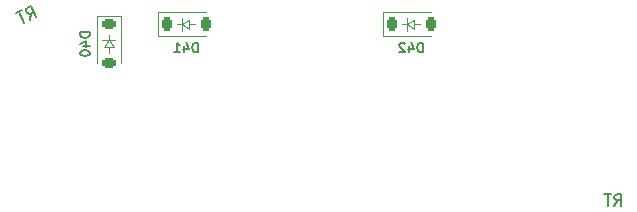
<source format=gbo>
G04 #@! TF.GenerationSoftware,KiCad,Pcbnew,7.0.5*
G04 #@! TF.CreationDate,2023-07-24T08:45:56+08:00*
G04 #@! TF.ProjectId,RT,52542e6b-6963-4616-945f-706362585858,rev?*
G04 #@! TF.SameCoordinates,Original*
G04 #@! TF.FileFunction,Legend,Bot*
G04 #@! TF.FilePolarity,Positive*
%FSLAX46Y46*%
G04 Gerber Fmt 4.6, Leading zero omitted, Abs format (unit mm)*
G04 Created by KiCad (PCBNEW 7.0.5) date 2023-07-24 08:45:56*
%MOMM*%
%LPD*%
G01*
G04 APERTURE LIST*
G04 Aperture macros list*
%AMRoundRect*
0 Rectangle with rounded corners*
0 $1 Rounding radius*
0 $2 $3 $4 $5 $6 $7 $8 $9 X,Y pos of 4 corners*
0 Add a 4 corners polygon primitive as box body*
4,1,4,$2,$3,$4,$5,$6,$7,$8,$9,$2,$3,0*
0 Add four circle primitives for the rounded corners*
1,1,$1+$1,$2,$3*
1,1,$1+$1,$4,$5*
1,1,$1+$1,$6,$7*
1,1,$1+$1,$8,$9*
0 Add four rect primitives between the rounded corners*
20,1,$1+$1,$2,$3,$4,$5,0*
20,1,$1+$1,$4,$5,$6,$7,0*
20,1,$1+$1,$6,$7,$8,$9,0*
20,1,$1+$1,$8,$9,$2,$3,0*%
%AMHorizOval*
0 Thick line with rounded ends*
0 $1 width*
0 $2 $3 position (X,Y) of the first rounded end (center of the circle)*
0 $4 $5 position (X,Y) of the second rounded end (center of the circle)*
0 Add line between two ends*
20,1,$1,$2,$3,$4,$5,0*
0 Add two circle primitives to create the rounded ends*
1,1,$1,$2,$3*
1,1,$1,$4,$5*%
%AMOutline4P*
0 Free polygon, 4 corners , with rotation*
0 The origin of the aperture is its center*
0 number of corners: always 4*
0 $1 to $8 corner X, Y*
0 $9 Rotation angle, in degrees counterclockwise*
0 create outline with 4 corners*
4,1,4,$1,$2,$3,$4,$5,$6,$7,$8,$1,$2,$9*%
G04 Aperture macros list end*
%ADD10C,0.150000*%
%ADD11C,0.120000*%
%ADD12C,0.100000*%
%ADD13HorizOval,1.900000X0.135946X0.063393X-0.135946X-0.063393X0*%
%ADD14C,5.050000*%
%ADD15HorizOval,2.400000X-0.469952X0.285736X0.469952X-0.285736X0*%
%ADD16C,2.400000*%
%ADD17Outline4P,-1.150000X-1.200000X1.150000X-1.200000X1.150000X1.200000X-1.150000X1.200000X25.000000*%
%ADD18Outline4P,-1.200000X-1.200000X1.200000X-1.200000X1.200000X1.200000X-1.200000X1.200000X25.000000*%
%ADD19RoundRect,0.425000X0.425000X-0.425000X0.425000X0.425000X-0.425000X0.425000X-0.425000X-0.425000X0*%
%ADD20O,1.700000X1.700000*%
%ADD21C,3.500000*%
%ADD22O,2.200000X1.900000*%
%ADD23HorizOval,2.400000X-0.305164X0.457575X0.305164X-0.457575X0*%
%ADD24Outline4P,-1.150000X-1.200000X1.150000X-1.200000X1.150000X1.200000X-1.150000X1.200000X0.000000*%
%ADD25Outline4P,-1.200000X-1.200000X1.200000X-1.200000X1.200000X1.200000X-1.200000X1.200000X0.000000*%
%ADD26RoundRect,0.225000X-0.375000X0.225000X-0.375000X-0.225000X0.375000X-0.225000X0.375000X0.225000X0*%
%ADD27RoundRect,0.225000X-0.225000X-0.375000X0.225000X-0.375000X0.225000X0.375000X-0.225000X0.375000X0*%
G04 APERTURE END LIST*
D10*
X126846950Y-94572019D02*
X126947806Y-93999571D01*
X127364840Y-94330523D02*
X126942222Y-93424215D01*
X126942222Y-93424215D02*
X126596962Y-93585212D01*
X126596962Y-93585212D02*
X126530772Y-93668619D01*
X126530772Y-93668619D02*
X126507739Y-93731901D01*
X126507739Y-93731901D02*
X126504831Y-93838341D01*
X126504831Y-93838341D02*
X126565205Y-93967813D01*
X126565205Y-93967813D02*
X126648612Y-94034004D01*
X126648612Y-94034004D02*
X126711894Y-94057037D01*
X126711894Y-94057037D02*
X126818334Y-94059945D01*
X126818334Y-94059945D02*
X127163594Y-93898947D01*
X126165387Y-93786459D02*
X125647497Y-94027955D01*
X126329060Y-94813515D02*
X125906442Y-93907207D01*
X176311428Y-110344819D02*
X176644761Y-109868628D01*
X176882856Y-110344819D02*
X176882856Y-109344819D01*
X176882856Y-109344819D02*
X176501904Y-109344819D01*
X176501904Y-109344819D02*
X176406666Y-109392438D01*
X176406666Y-109392438D02*
X176359047Y-109440057D01*
X176359047Y-109440057D02*
X176311428Y-109535295D01*
X176311428Y-109535295D02*
X176311428Y-109678152D01*
X176311428Y-109678152D02*
X176359047Y-109773390D01*
X176359047Y-109773390D02*
X176406666Y-109821009D01*
X176406666Y-109821009D02*
X176501904Y-109868628D01*
X176501904Y-109868628D02*
X176882856Y-109868628D01*
X176025713Y-109344819D02*
X175454285Y-109344819D01*
X175739999Y-110344819D02*
X175739999Y-109344819D01*
X131872295Y-95638571D02*
X131072295Y-95638571D01*
X131072295Y-95638571D02*
X131072295Y-95829047D01*
X131072295Y-95829047D02*
X131110390Y-95943333D01*
X131110390Y-95943333D02*
X131186580Y-96019523D01*
X131186580Y-96019523D02*
X131262771Y-96057618D01*
X131262771Y-96057618D02*
X131415152Y-96095714D01*
X131415152Y-96095714D02*
X131529438Y-96095714D01*
X131529438Y-96095714D02*
X131681819Y-96057618D01*
X131681819Y-96057618D02*
X131758009Y-96019523D01*
X131758009Y-96019523D02*
X131834200Y-95943333D01*
X131834200Y-95943333D02*
X131872295Y-95829047D01*
X131872295Y-95829047D02*
X131872295Y-95638571D01*
X131338961Y-96781428D02*
X131872295Y-96781428D01*
X131034200Y-96590952D02*
X131605628Y-96400475D01*
X131605628Y-96400475D02*
X131605628Y-96895714D01*
X131072295Y-97352857D02*
X131072295Y-97429047D01*
X131072295Y-97429047D02*
X131110390Y-97505238D01*
X131110390Y-97505238D02*
X131148485Y-97543333D01*
X131148485Y-97543333D02*
X131224676Y-97581428D01*
X131224676Y-97581428D02*
X131377057Y-97619523D01*
X131377057Y-97619523D02*
X131567533Y-97619523D01*
X131567533Y-97619523D02*
X131719914Y-97581428D01*
X131719914Y-97581428D02*
X131796104Y-97543333D01*
X131796104Y-97543333D02*
X131834200Y-97505238D01*
X131834200Y-97505238D02*
X131872295Y-97429047D01*
X131872295Y-97429047D02*
X131872295Y-97352857D01*
X131872295Y-97352857D02*
X131834200Y-97276666D01*
X131834200Y-97276666D02*
X131796104Y-97238571D01*
X131796104Y-97238571D02*
X131719914Y-97200476D01*
X131719914Y-97200476D02*
X131567533Y-97162380D01*
X131567533Y-97162380D02*
X131377057Y-97162380D01*
X131377057Y-97162380D02*
X131224676Y-97200476D01*
X131224676Y-97200476D02*
X131148485Y-97238571D01*
X131148485Y-97238571D02*
X131110390Y-97276666D01*
X131110390Y-97276666D02*
X131072295Y-97352857D01*
X141011428Y-97312295D02*
X141011428Y-96512295D01*
X141011428Y-96512295D02*
X140820952Y-96512295D01*
X140820952Y-96512295D02*
X140706666Y-96550390D01*
X140706666Y-96550390D02*
X140630476Y-96626580D01*
X140630476Y-96626580D02*
X140592381Y-96702771D01*
X140592381Y-96702771D02*
X140554285Y-96855152D01*
X140554285Y-96855152D02*
X140554285Y-96969438D01*
X140554285Y-96969438D02*
X140592381Y-97121819D01*
X140592381Y-97121819D02*
X140630476Y-97198009D01*
X140630476Y-97198009D02*
X140706666Y-97274200D01*
X140706666Y-97274200D02*
X140820952Y-97312295D01*
X140820952Y-97312295D02*
X141011428Y-97312295D01*
X139868571Y-96778961D02*
X139868571Y-97312295D01*
X140059047Y-96474200D02*
X140249524Y-97045628D01*
X140249524Y-97045628D02*
X139754285Y-97045628D01*
X139030476Y-97312295D02*
X139487619Y-97312295D01*
X139259047Y-97312295D02*
X139259047Y-96512295D01*
X139259047Y-96512295D02*
X139335238Y-96626580D01*
X139335238Y-96626580D02*
X139411428Y-96702771D01*
X139411428Y-96702771D02*
X139487619Y-96740866D01*
X160061428Y-97312295D02*
X160061428Y-96512295D01*
X160061428Y-96512295D02*
X159870952Y-96512295D01*
X159870952Y-96512295D02*
X159756666Y-96550390D01*
X159756666Y-96550390D02*
X159680476Y-96626580D01*
X159680476Y-96626580D02*
X159642381Y-96702771D01*
X159642381Y-96702771D02*
X159604285Y-96855152D01*
X159604285Y-96855152D02*
X159604285Y-96969438D01*
X159604285Y-96969438D02*
X159642381Y-97121819D01*
X159642381Y-97121819D02*
X159680476Y-97198009D01*
X159680476Y-97198009D02*
X159756666Y-97274200D01*
X159756666Y-97274200D02*
X159870952Y-97312295D01*
X159870952Y-97312295D02*
X160061428Y-97312295D01*
X158918571Y-96778961D02*
X158918571Y-97312295D01*
X159109047Y-96474200D02*
X159299524Y-97045628D01*
X159299524Y-97045628D02*
X158804285Y-97045628D01*
X158537619Y-96588485D02*
X158499523Y-96550390D01*
X158499523Y-96550390D02*
X158423333Y-96512295D01*
X158423333Y-96512295D02*
X158232857Y-96512295D01*
X158232857Y-96512295D02*
X158156666Y-96550390D01*
X158156666Y-96550390D02*
X158118571Y-96588485D01*
X158118571Y-96588485D02*
X158080476Y-96664676D01*
X158080476Y-96664676D02*
X158080476Y-96740866D01*
X158080476Y-96740866D02*
X158118571Y-96855152D01*
X158118571Y-96855152D02*
X158575714Y-97312295D01*
X158575714Y-97312295D02*
X158080476Y-97312295D01*
D11*
X134510000Y-94250000D02*
X134510000Y-98260000D01*
X132510000Y-94250000D02*
X134510000Y-94250000D01*
X132510000Y-94250000D02*
X132510000Y-98260000D01*
D12*
X133510000Y-95854400D02*
X133510000Y-96254400D01*
X133510000Y-96254400D02*
X134060000Y-96254400D01*
X133510000Y-96254400D02*
X132960000Y-96254400D01*
X133510000Y-96254400D02*
X133110000Y-96854400D01*
X133910000Y-96854400D02*
X133510000Y-96254400D01*
X133510000Y-96854400D02*
X133510000Y-97354400D01*
X133110000Y-96854400D02*
X133910000Y-96854400D01*
D11*
X137680000Y-93950000D02*
X141690000Y-93950000D01*
X137680000Y-95950000D02*
X137680000Y-93950000D01*
X137680000Y-95950000D02*
X141690000Y-95950000D01*
D12*
X139284400Y-94950000D02*
X139684400Y-94950000D01*
X139684400Y-94950000D02*
X139684400Y-94400000D01*
X139684400Y-94950000D02*
X139684400Y-95500000D01*
X139684400Y-94950000D02*
X140284400Y-95350000D01*
X140284400Y-94550000D02*
X139684400Y-94950000D01*
X140284400Y-94950000D02*
X140784400Y-94950000D01*
X140284400Y-95350000D02*
X140284400Y-94550000D01*
D11*
X156730000Y-93950000D02*
X160740000Y-93950000D01*
X156730000Y-95950000D02*
X156730000Y-93950000D01*
X156730000Y-95950000D02*
X160740000Y-95950000D01*
D12*
X158334400Y-94950000D02*
X158734400Y-94950000D01*
X158734400Y-94950000D02*
X158734400Y-94400000D01*
X158734400Y-94950000D02*
X158734400Y-95500000D01*
X158734400Y-94950000D02*
X159334400Y-95350000D01*
X159334400Y-94550000D02*
X158734400Y-94950000D01*
X159334400Y-94950000D02*
X159834400Y-94950000D01*
X159334400Y-95350000D02*
X159334400Y-94550000D01*
%LPC*%
D13*
X115053521Y-108607769D03*
D14*
X119856952Y-106367892D03*
D13*
X124660383Y-104128015D03*
D15*
X117393433Y-112206006D03*
D16*
X115330469Y-105676046D03*
X122350400Y-111715108D03*
D17*
X123528600Y-111165704D03*
D16*
X120003621Y-100672272D03*
X124706800Y-110616300D03*
D18*
X121118379Y-100152451D03*
D16*
X122233138Y-99632631D03*
D19*
X128740000Y-90650000D03*
D20*
X131280000Y-90650000D03*
X133820000Y-90650000D03*
X136360000Y-90650000D03*
D21*
X174115000Y-101450000D03*
X130410000Y-101450000D03*
D22*
X136740000Y-101450000D03*
D14*
X142040000Y-101450000D03*
D22*
X147340000Y-101450000D03*
D23*
X137340000Y-105700000D03*
D16*
X138230000Y-98910000D03*
X142040000Y-107350000D03*
D24*
X143340000Y-107350000D03*
D16*
X144580000Y-96350000D03*
X144640000Y-107350000D03*
D25*
X145810000Y-96350000D03*
D16*
X147040000Y-96350000D03*
D22*
X155790000Y-101450000D03*
D14*
X161090000Y-101450000D03*
D22*
X166390000Y-101450000D03*
D23*
X156390000Y-105700000D03*
D16*
X157280000Y-98910000D03*
X161090000Y-107350000D03*
D24*
X162390000Y-107350000D03*
D16*
X163630000Y-96350000D03*
X163690000Y-107350000D03*
D25*
X164860000Y-96350000D03*
D16*
X166090000Y-96350000D03*
D26*
X133510000Y-94960000D03*
X133510000Y-98260000D03*
D27*
X138390000Y-94950000D03*
X141690000Y-94950000D03*
X157440000Y-94950000D03*
X160740000Y-94950000D03*
%LPD*%
M02*

</source>
